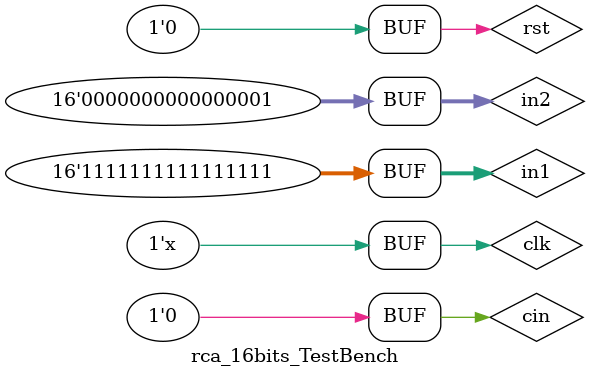
<source format=v>
`timescale 1ns / 1ps


module rca_16bits_TestBench;
	// Inputs
	reg clk;
	reg rst;
	reg [15:0] in1;
	reg [15:0] in2;
	reg cin;

	// Outputs
	wire [15:0] out;
	wire cout;


	// Instantiate the Unit Under Test (UUT)
	wrapper uut (
		.clk(clk), 
		.rst(rst), 
		.in1(in1), 
		.in2(in2), 
		.cin(cin), 
		.out(out), 
		.cout(cout)
	);
	
	initial begin
		// Initialize Inputs
		in1 <= 0;
		in2 <= 0;
		cin <= 0;
		rst <= 1'd1;
		clk <= 0;

		// Wait 100 ns for global reset to finish
		#100; rst <= 0;
	end
	
	always #10 clk=~clk;
	initial begin
        
		// Add stimulus here
		$monitor ("input1 = %d, input2 = %d, carry_in = %d, sum = %d, carry_out = %d", in1, in2, cin, out, cout);
		// Initialize Inputs
		in1 = 16'd1117; in2 = 16'd232; cin = 0;
		#100;
		
		in1 = 16'd55123; in2 = 16'd6452; cin = 1;
		#100;
		
		in1 = 16'd46143; in2 = 16'd10000; cin = 0;
		#100;
		
		in1 = 16'd12; in2 = 16'd10; cin=1;
		#100
		
		in1 = 16'd65535; in2 = 16'd1; cin = 0;
		#100;

	end
      
endmodule


</source>
